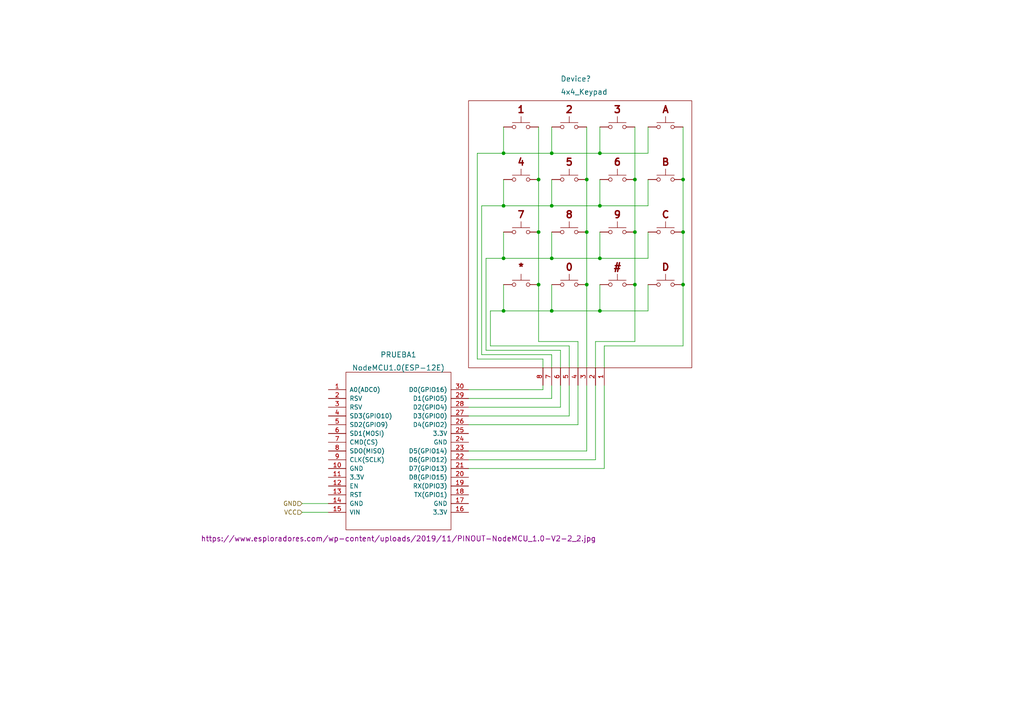
<source format=kicad_sch>
(kicad_sch (version 20211123) (generator eeschema)
  (paper "A4")
  (title_block (title "Testing de esquematicos") (date "2022-11-26") (rev "0.0.1") (company "Proyecto la Caja"))
  (lib_symbols
    (symbol "ESP8266:NodeMCU1.0(ESP-12E)" (pin_names (offset 1.016))
      (property "Reference" "U" (at 0 21.59 0))
      (property "Value" "NodeMCU1.0(ESP-12E)" (at 0 -21.59 0))
      (symbol "NodeMCU1.0(ESP-12E)_0_1"
        (rectangle (start -15.24 -22.86) (end 15.24 22.86))
      )
      (symbol "NodeMCU1.0(ESP-12E)_1_1"
        (pin input line (at -20.32 17.78 0) (length 5.08) (name "A0(ADC0)") (number "1"))
        (pin input line (at -20.32 -5.08 0) (length 5.08) (name "GND") (number "10"))
        (pin input line (at -20.32 -7.62 0) (length 5.08) (name "3.3V") (number "11"))
        (pin input line (at -20.32 -10.16 0) (length 5.08) (name "EN") (number "12"))
        (pin input line (at -20.32 -12.7 0) (length 5.08) (name "RST") (number "13"))
        (pin input line (at -20.32 -15.24 0) (length 5.08) (name "GND") (number "14"))
        (pin input line (at -20.32 -17.78 0) (length 5.08) (name "VIN") (number "15"))
        (pin input line (at 20.32 -17.78 180) (length 5.08) (name "3.3V") (number "16"))
        (pin input line (at 20.32 -15.24 180) (length 5.08) (name "GND") (number "17"))
        (pin input line (at 20.32 -12.7 180) (length 5.08) (name "TX(GPIO1)") (number "18"))
        (pin input line (at 20.32 -10.16 180) (length 5.08) (name "RX(DPIO3)") (number "19"))
        (pin input line (at -20.32 15.24 0) (length 5.08) (name "RSV") (number "2"))
        (pin input line (at 20.32 -7.62 180) (length 5.08) (name "D8(GPIO15)") (number "20"))
        (pin input line (at 20.32 -5.08 180) (length 5.08) (name "D7(GPIO13)") (number "21"))
        (pin input line (at 20.32 -2.54 180) (length 5.08) (name "D6(GPIO12)") (number "22"))
        (pin input line (at 20.32 0 180) (length 5.08) (name "D5(GPIO14)") (number "23"))
        (pin input line (at 20.32 2.54 180) (length 5.08) (name "GND") (number "24"))
        (pin input line (at 20.32 5.08 180) (length 5.08) (name "3.3V") (number "25"))
        (pin input line (at 20.32 7.62 180) (length 5.08) (name "D4(GPIO2)") (number "26"))
        (pin input line (at 20.32 10.16 180) (length 5.08) (name "D3(GPIO0)") (number "27"))
        (pin input line (at 20.32 12.7 180) (length 5.08) (name "D2(GPIO4)") (number "28"))
        (pin input line (at 20.32 15.24 180) (length 5.08) (name "D1(GPIO5)") (number "29"))
        (pin input line (at -20.32 12.7 0) (length 5.08) (name "RSV") (number "3"))
        (pin input line (at 20.32 17.78 180) (length 5.08) (name "D0(GPIO16)") (number "30"))
        (pin input line (at -20.32 10.16 0) (length 5.08) (name "SD3(GPIO10)") (number "4"))
        (pin input line (at -20.32 7.62 0) (length 5.08) (name "SD2(GPIO9)") (number "5"))
        (pin input line (at -20.32 5.08 0) (length 5.08) (name "SD1(MOSI)") (number "6"))
        (pin input line (at -20.32 2.54 0) (length 5.08) (name "CMD(CS)") (number "7"))
        (pin input line (at -20.32 0 0) (length 5.08) (name "SDO(MISO)") (number "8"))
        (pin input line (at -20.32 -2.54 0) (length 5.08) (name "CLK(SCLK)") (number "9"))
      )
    )
    (symbol "OwnKeyPAD:4x4_Keypad" (pin_names (offset 1.016))
      (property "Reference" "Device" (at 0 40.64 0))
      (property "Value" "4x4_Keypad" (at 0 44.45 0))
      (symbol "4x4_Keypad_0_0"
        (text "#" (at 11.43 -10.16 0) (effects (font (size 2 2) bold)))
        (text "*" (at -16.51 -10.16 0) (effects (font (size 2 2) bold)))
        (text "0" (at -2.54 -10.16 0) (effects (font (size 2 2) bold)))
        (text "1" (at -16.51 35.56 0) (effects (font (size 2 2) bold)))
        (text "2" (at -2.54 35.56 0) (effects (font (size 2 2) bold)))
        (text "3" (at 11.43 35.56 0) (effects (font (size 2 2) bold)))
        (text "4" (at -16.51 20.32 0) (effects (font (size 2 2) bold)))
        (text "5" (at -2.54 20.32 0) (effects (font (size 2 2) bold)))
        (text "6" (at 11.43 20.32 0) (effects (font (size 2 2) bold)))
        (text "7" (at -16.51 5.08 0) (effects (font (size 2 2) bold)))
        (text "8" (at -2.54 5.08 0) (effects (font (size 2 2) bold)))
        (text "9" (at 11.43 5.08 0) (effects (font (size 2 2) bold)))
        (text "A" (at 25.4 35.56 0) (effects (font (size 2 2) bold)))
        (text "B" (at 25.4 20.32 0) (effects (font (size 2 2) bold)))
        (text "C" (at 25.4 5.08 0) (effects (font (size 2 2) bold)))
        (text "D" (at 25.4 -10.16 0) (effects (font (size 2 2) bold)))
      )
      (symbol "4x4_Keypad_0_1"
        (rectangle (start -31.75 38.1) (end 33.02 -39.37))
      )
      (symbol "4x4_Keypad_1_1"
        (pin input line (at 7.62 -44.45 90) (length 5.08) (name "") (number "1"))
        (pin input line (at 5.08 -44.45 90) (length 5.08) (name "") (number "2"))
        (pin input line (at 2.54 -44.45 90) (length 5.08) (name "") (number "3"))
        (pin input line (at 0 -44.45 90) (length 5.08) (name "") (number "4"))
        (pin input line (at -2.54 -44.45 90) (length 5.08) (name "") (number "5"))
        (pin input line (at -5.08 -44.45 90) (length 5.08) (name "") (number "6"))
        (pin input line (at -7.62 -44.45 90) (length 5.08) (name "") (number "7"))
        (pin input line (at -10.16 -44.45 90) (length 5.08) (name "") (number "8"))
      )
    )
    (symbol "Switch:SW_Push" (pin_numbers hide) (pin_names (offset 1.016) hide)
      (property "Reference" "SW" (at 1.27 2.54 0))
      (property "Value" "SW_Push" (at 0 -1.524 0))
      (symbol "SW_Push_0_1"
        (circle (center -2.032 0) (radius 0.508))
        (polyline (pts (xy 0 1.27) (xy 0 3.048)))
        (polyline (pts (xy 2.54 1.27) (xy -2.54 1.27)))
        (circle (center 2.032 0) (radius 0.508))
        (pin passive line (at -5.08 0 0) (length 2.54) (name "1") (number "1"))
        (pin passive line (at 5.08 0 180) (length 2.54) (name "2") (number "2"))
      )
    )
  )
  (junction (at 160.02 59.69))
  (junction (at 156.21 67.31))
  (junction (at 173.99 59.69))
  (junction (at 184.15 82.55))
  (junction (at 160.02 44.45))
  (junction (at 146.05 90.17))
  (junction (at 184.15 52.07))
  (junction (at 170.18 82.55))
  (junction (at 170.18 52.07))
  (junction (at 160.02 90.17))
  (junction (at 173.99 44.45))
  (junction (at 198.12 52.07))
  (junction (at 198.12 82.55))
  (junction (at 198.12 67.31))
  (junction (at 173.99 74.93))
  (junction (at 146.05 44.45))
  (junction (at 184.15 67.31))
  (junction (at 160.02 74.93))
  (junction (at 146.05 74.93))
  (junction (at 156.21 82.55))
  (junction (at 156.21 52.07))
  (junction (at 146.05 59.69))
  (junction (at 173.99 90.17))
  (junction (at 170.18 67.31))
  (wire (pts (xy 142.24 90.17) (xy 142.24 100.33)))
  (wire (pts (xy 135.89 123.19) (xy 167.64 123.19)))
  (wire (pts (xy 160.02 59.69) (xy 146.05 59.69)))
  (wire (pts (xy 135.89 118.11) (xy 162.56 118.11)))
  (wire (pts (xy 173.99 36.83) (xy 173.99 44.45)))
  (wire (pts (xy 173.99 44.45) (xy 160.02 44.45)))
  (wire (pts (xy 198.12 100.33) (xy 175.26 100.33)))
  (wire (pts (xy 187.96 36.83) (xy 187.96 44.45)))
  (wire (pts (xy 140.97 101.6) (xy 140.97 74.93)))
  (wire (pts (xy 184.15 52.07) (xy 184.15 36.83)))
  (wire (pts (xy 173.99 82.55) (xy 173.99 90.17)))
  (wire (pts (xy 138.43 44.45) (xy 138.43 104.14)))
  (wire (pts (xy 187.96 82.55) (xy 187.96 90.17)))
  (wire (pts (xy 165.1 120.65) (xy 165.1 111.76)))
  (wire (pts (xy 146.05 74.93) (xy 160.02 74.93)))
  (wire (pts (xy 173.99 59.69) (xy 160.02 59.69)))
  (wire (pts (xy 173.99 90.17) (xy 187.96 90.17)))
  (wire (pts (xy 160.02 102.87) (xy 160.02 106.68)))
  (wire (pts (xy 198.12 52.07) (xy 198.12 67.31)))
  (wire (pts (xy 146.05 52.07) (xy 146.05 59.69)))
  (wire (pts (xy 173.99 52.07) (xy 173.99 59.69)))
  (wire (pts (xy 135.89 120.65) (xy 165.1 120.65)))
  (wire (pts (xy 173.99 67.31) (xy 173.99 74.93)))
  (wire (pts (xy 160.02 74.93) (xy 173.99 74.93)))
  (wire (pts (xy 156.21 67.31) (xy 156.21 82.55)))
  (wire (pts (xy 146.05 82.55) (xy 146.05 90.17)))
  (wire (pts (xy 146.05 44.45) (xy 138.43 44.45)))
  (wire (pts (xy 170.18 130.81) (xy 170.18 111.76)))
  (wire (pts (xy 146.05 67.31) (xy 146.05 74.93)))
  (wire (pts (xy 172.72 133.35) (xy 172.72 111.76)))
  (wire (pts (xy 160.02 36.83) (xy 160.02 44.45)))
  (wire (pts (xy 160.02 115.57) (xy 160.02 111.76)))
  (wire (pts (xy 170.18 82.55) (xy 170.18 106.68)))
  (wire (pts (xy 139.7 59.69) (xy 139.7 102.87)))
  (wire (pts (xy 198.12 67.31) (xy 198.12 82.55)))
  (wire (pts (xy 175.26 135.89) (xy 175.26 111.76)))
  (wire (pts (xy 160.02 67.31) (xy 160.02 74.93)))
  (wire (pts (xy 162.56 101.6) (xy 140.97 101.6)))
  (wire (pts (xy 165.1 100.33) (xy 165.1 106.68)))
  (wire (pts (xy 135.89 135.89) (xy 175.26 135.89)))
  (wire (pts (xy 157.48 104.14) (xy 157.48 106.68)))
  (wire (pts (xy 139.7 102.87) (xy 160.02 102.87)))
  (wire (pts (xy 146.05 90.17) (xy 160.02 90.17)))
  (wire (pts (xy 167.64 99.06) (xy 167.64 106.68)))
  (wire (pts (xy 87.63 148.59) (xy 95.25 148.59)))
  (wire (pts (xy 172.72 106.68) (xy 172.72 99.06)))
  (wire (pts (xy 140.97 74.93) (xy 146.05 74.93)))
  (wire (pts (xy 156.21 52.07) (xy 156.21 67.31)))
  (wire (pts (xy 167.64 123.19) (xy 167.64 111.76)))
  (wire (pts (xy 187.96 44.45) (xy 173.99 44.45)))
  (wire (pts (xy 160.02 90.17) (xy 173.99 90.17)))
  (wire (pts (xy 156.21 36.83) (xy 156.21 52.07)))
  (wire (pts (xy 146.05 36.83) (xy 146.05 44.45)))
  (wire (pts (xy 187.96 67.31) (xy 187.96 74.93)))
  (wire (pts (xy 135.89 115.57) (xy 160.02 115.57)))
  (wire (pts (xy 160.02 82.55) (xy 160.02 90.17)))
  (wire (pts (xy 170.18 36.83) (xy 170.18 52.07)))
  (wire (pts (xy 175.26 100.33) (xy 175.26 106.68)))
  (wire (pts (xy 198.12 82.55) (xy 198.12 100.33)))
  (wire (pts (xy 184.15 67.31) (xy 184.15 52.07)))
  (wire (pts (xy 135.89 130.81) (xy 170.18 130.81)))
  (wire (pts (xy 187.96 52.07) (xy 187.96 59.69)))
  (wire (pts (xy 162.56 118.11) (xy 162.56 111.76)))
  (wire (pts (xy 156.21 99.06) (xy 167.64 99.06)))
  (wire (pts (xy 170.18 52.07) (xy 170.18 67.31)))
  (wire (pts (xy 184.15 82.55) (xy 184.15 67.31)))
  (wire (pts (xy 160.02 52.07) (xy 160.02 59.69)))
  (wire (pts (xy 146.05 59.69) (xy 139.7 59.69)))
  (wire (pts (xy 162.56 106.68) (xy 162.56 101.6)))
  (wire (pts (xy 135.89 113.03) (xy 157.48 113.03)))
  (wire (pts (xy 146.05 90.17) (xy 142.24 90.17)))
  (wire (pts (xy 187.96 59.69) (xy 173.99 59.69)))
  (wire (pts (xy 198.12 36.83) (xy 198.12 52.07)))
  (wire (pts (xy 170.18 67.31) (xy 170.18 82.55)))
  (wire (pts (xy 142.24 100.33) (xy 165.1 100.33)))
  (wire (pts (xy 160.02 44.45) (xy 146.05 44.45)))
  (wire (pts (xy 172.72 99.06) (xy 184.15 99.06)))
  (wire (pts (xy 173.99 74.93) (xy 187.96 74.93)))
  (wire (pts (xy 138.43 104.14) (xy 157.48 104.14)))
  (wire (pts (xy 157.48 113.03) (xy 157.48 111.76)))
  (wire (pts (xy 135.89 133.35) (xy 172.72 133.35)))
  (wire (pts (xy 156.21 82.55) (xy 156.21 99.06)))
  (wire (pts (xy 184.15 99.06) (xy 184.15 82.55)))
  (wire (pts (xy 87.63 146.05) (xy 95.25 146.05)))
  (hierarchical_label "GND" (shape input) (at 87.63 146.05 180))
  (hierarchical_label "VCC" (shape input) (at 87.63 148.59 180))
  (symbol (lib_id "Switch:SW_Push") (at 151.13 36.83 0) (unit 1)
    (property "Reference" "SW?" (effects hide))
    (property "Value" "SW_Push" (effects hide))
  )
  (symbol (lib_id "Switch:SW_Push") (at 193.04 67.31 0) (unit 1)
    (property "Reference" "SW?" (effects hide))
    (property "Value" "SW_Push" (effects hide))
  )
  (symbol (lib_id "Switch:SW_Push") (at 151.13 52.07 0) (unit 1)
    (property "Reference" "SW?" (effects hide))
    (property "Value" "SW_Push" (effects hide))
  )
  (symbol (lib_id "Switch:SW_Push") (at 165.1 36.83 0) (unit 1)
    (property "Reference" "SW?" (effects hide))
    (property "Value" "SW_Push" (effects hide))
  )
  (symbol (lib_id "Switch:SW_Push") (at 151.13 67.31 0) (unit 1)
    (property "Reference" "SW?" (effects hide))
    (property "Value" "SW_Push" (effects hide))
  )
  (symbol (lib_id "Switch:SW_Push") (at 193.04 36.83 0) (unit 1)
    (property "Reference" "SW?" (effects hide))
    (property "Value" "SW_Push" (effects hide))
  )
  (symbol (lib_id "Switch:SW_Push") (at 165.1 67.31 0) (unit 1)
    (property "Reference" "SW?" (effects hide))
    (property "Value" "SW_Push" (effects hide))
  )
  (symbol (lib_id "ESP8266:NodeMCU1.0(ESP-12E)") (at 115.57 130.81 0) (unit 1)
    (property "Reference" "PRUEBA1" (at 115.57 102.87 0) (effects (font (size 1.524 1.524))))
    (property "Value" "NodeMCU1.0(ESP-12E)" (at 115.57 106.68 0) (effects (font (size 1.524 1.524))))
    (property "Datasheet" "https://www.esploradores.com/wp-content/uploads/2019/11/PINOUT-NodeMCU_1.0-V2-2_2.jpg" (at 115.57 156.21 0) (effects (font (size 1.524 1.524))))
    (property "Precio" "10€" (effects hide))
  )
  (symbol (lib_id "Switch:SW_Push") (at 165.1 52.07 0) (unit 1)
    (property "Reference" "SW?" (effects hide))
    (property "Value" "SW_Push" (effects hide))
  )
  (symbol (lib_id "Switch:SW_Push") (at 179.07 52.07 0) (unit 1)
    (property "Reference" "SW?" (effects hide))
    (property "Value" "SW_Push" (effects hide))
  )
  (symbol (lib_id "OwnKeyPAD:4x4_Keypad") (at 167.64 67.31 0) (unit 1)
    (property "Reference" "Device?" (at 162.56 22.86 0) (effects (font (size 1.524 1.524)) (justify left)))
    (property "Value" "4x4_Keypad" (at 162.56 26.67 0) (effects (font (size 1.524 1.524)) (justify left)))
  )
  (symbol (lib_id "Switch:SW_Push") (at 179.07 67.31 0) (unit 1)
    (property "Reference" "SW?" (effects hide))
    (property "Value" "SW_Push" (effects hide))
  )
  (symbol (lib_id "Switch:SW_Push") (at 193.04 52.07 0) (unit 1)
    (property "Reference" "SW?" (effects hide))
    (property "Value" "SW_Push" (effects hide))
  )
  (symbol (lib_id "Switch:SW_Push") (at 151.13 82.55 0) (unit 1)
    (property "Reference" "SW?" (effects hide))
    (property "Value" "SW_Push" (effects hide))
  )
  (symbol (lib_id "Switch:SW_Push") (at 193.04 82.55 0) (unit 1)
    (property "Reference" "SW?" (effects hide))
    (property "Value" "SW_Push" (effects hide))
  )
  (symbol (lib_id "Switch:SW_Push") (at 179.07 36.83 0) (unit 1)
    (property "Reference" "SW?" (effects hide))
    (property "Value" "SW_Push" (effects hide))
  )
  (symbol (lib_id "Switch:SW_Push") (at 165.1 82.55 0) (unit 1)
    (property "Reference" "SW?" (effects hide))
    (property "Value" "SW_Push" (effects hide))
  )
  (symbol (lib_id "Switch:SW_Push") (at 179.07 82.55 0) (unit 1)
    (property "Reference" "SW?" (effects hide))
    (property "Value" "SW_Push" (effects hide))
  )
)
</source>
